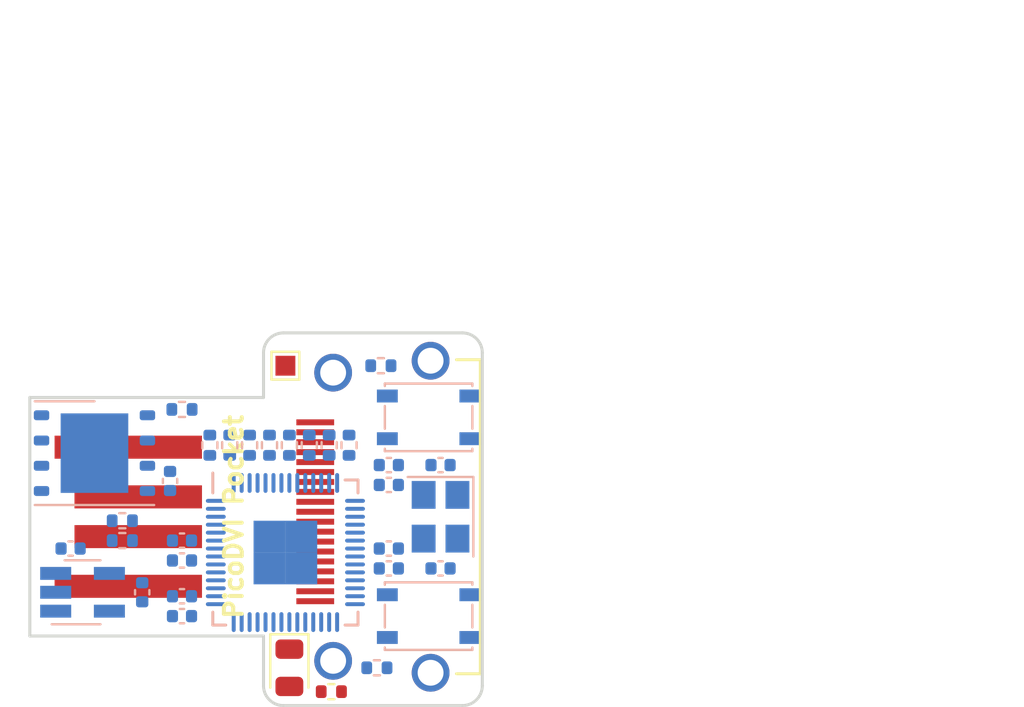
<source format=kicad_pcb>
(kicad_pcb (version 20221018) (generator pcbnew)
  (layers (0 "F.Cu" jumper) (1 "In1.Cu" power) (2 "In2.Cu" power) (31 "B.Cu" signal) (34 "B.Paste" user) (35 "F.Paste" user) (36 "B.SilkS" user "B.Silkscreen") (37 "F.SilkS" user "F.Silkscreen") (38 "B.Mask" user) (39 "F.Mask" user) (44 "Edge.Cuts" user))
  (net 0 "")
  (net 1 "+3V3")
  (net 2 "GND")
  (net 3 "+1V1")
  (net 4 "VBUS")
  (net 5 "/XOUT")
  (net 6 "/XIN")
  (net 7 "/DVI_D2+")
  (net 8 "/DVI_D1+")
  (net 9 "/DVI_D0+")
  (net 10 "/DVI_CK+")
  (net 11 "/DVI_D2-")
  (net 12 "/DVI_D1-")
  (net 13 "/DVI_D0-")
  (net 14 "/DVI_CK-")
  (net 15 "/USB_D-")
  (net 17 "/USB_D+")
  (net 18 "/SWCLK")
  (net 19 "/SWDIO")
  (net 21 "/~{USER_BUTTON}")
  (net 22 "/USER_LED")
  (net 23 "/SPARE_IO")
  (net 38 "/RUN_~{RST}")
  (net 40 "/FLASH_SD3")
  (net 41 "/FLASH_SCK")
  (net 42 "/FLASH_SD0")
  (net 43 "/FLASH_SD2")
  (net 44 "/FLASH_SD1")
  (net 45 "/USB_DX-")
  (net 46 "/USB_DX+")
  (net 47 "/FLASH_~{CS}")
  (net 51 "Net-(D1-Pad2)")
  (net 55 "/uC_DVI_D2+")
  (net 56 "/uC_DVI_D1+")
  (net 57 "/uC_DVI_D0+")
  (net 58 "/uC_DVI_CK+")
  (net 59 "/uC_DVI_D2-")
  (net 60 "/uC_DVI_D1-")
  (net 61 "/uC_DVI_D0-")
  (net 62 "/uC_DVI_CK-")
  (footprint "Resistor_SMD:R_0402_1005Metric" (layer "F.Cu") (at 215.91 118.8 180)
    (fp_text reference "R6" hide)
    (fp_text value "2k2" hide)
    (fp_line (start -0.153641 -0.38) (end 0.153641 -0.38) (stroke (width 0.12)) (layer "F.SilkS"))
    (fp_line (start -0.153641 0.38) (end 0.153641 0.38) (stroke (width 0.12)) (layer "F.SilkS"))
    (pad "1" smd roundrect (at -0.51 0 180) (size 0.54 0.64) (layers "F.Cu" "F.Paste" "F.Mask") (net 22 "/USER_LED"))
    (pad "2" smd roundrect (at 0.51 0 180) (size 0.54 0.64) (layers "F.Cu" "F.Paste" "F.Mask") (net 51 "Net-(D1-Pad2)"))
  )
  (footprint "LED_SMD:LED_0805_2012Metric" (layer "F.Cu") (at 213.8 117.6 -90)
    (fp_text reference "D1" hide)
    (fp_text value "LED" hide)
    (fp_line (start -1.685 -0.96) (end -1.685 0.96) (stroke (width 0.12)) (layer "F.SilkS"))
    (fp_line (start -1.685 0.96) (end 1 0.96) (stroke (width 0.12)) (layer "F.SilkS"))
    (fp_line (start 1 -0.96) (end -1.685 -0.96) (stroke (width 0.12)) (layer "F.SilkS"))
    (pad "1" smd roundrect (at -0.9375 0 270) (size 0.975 1.4) (layers "F.Cu" "F.Paste" "F.Mask") (net 2 "GND"))
    (pad "2" smd roundrect (at 0.9375 0 270) (size 0.975 1.4) (layers "F.Cu" "F.Paste" "F.Mask") (net 51 "Net-(D1-Pad2)"))
  )
  (footprint "picodvi:HDMI-SS-53000" (layer "F.Cu") (at 216 110 -90)
    (fp_text reference "J5" hide)
    (fp_text value "NOT_HDMI_A" hide)
    (fp_line (start -7.9 -7.4) (end -7.9 -6.2) (stroke (width 0.15)) (layer "F.SilkS"))
    (fp_line (start -7.9 -7.4) (end 7.9 -7.4) (stroke (width 0.15)) (layer "F.SilkS"))
    (fp_line (start 7.9 -7.4) (end 7.9 -6.2) (stroke (width 0.15)) (layer "F.SilkS"))
    (pad "1" smd rect (at -4.75 0.9 270) (size 0.3 1.9) (layers "F.Cu" "F.Paste" "F.Mask") (net 7 "/DVI_D2+"))
    (pad "2" smd rect (at -4.25 0.9 270) (size 0.3 1.9) (layers "F.Cu" "F.Paste" "F.Mask") (net 2 "GND"))
    (pad "3" smd rect (at -3.75 0.9 270) (size 0.3 1.9) (layers "F.Cu" "F.Paste" "F.Mask") (net 11 "/DVI_D2-"))
    (pad "4" smd rect (at -3.25 0.9 270) (size 0.3 1.9) (layers "F.Cu" "F.Paste" "F.Mask") (net 8 "/DVI_D1+"))
    (pad "5" smd rect (at -2.75 0.9 270) (size 0.3 1.9) (layers "F.Cu" "F.Paste" "F.Mask") (net 2 "GND"))
    (pad "6" smd rect (at -2.25 0.9 270) (size 0.3 1.9) (layers "F.Cu" "F.Paste" "F.Mask") (net 12 "/DVI_D1-"))
    (pad "7" smd rect (at -1.75 0.9 270) (size 0.3 1.9) (layers "F.Cu" "F.Paste" "F.Mask") (net 9 "/DVI_D0+"))
    (pad "8" smd rect (at -1.25 0.9 270) (size 0.3 1.9) (layers "F.Cu" "F.Paste" "F.Mask") (net 2 "GND"))
    (pad "9" smd rect (at -0.75 0.9 270) (size 0.3 1.9) (layers "F.Cu" "F.Paste" "F.Mask") (net 13 "/DVI_D0-"))
    (pad "10" smd rect (at -0.25 0.9 270) (size 0.3 1.9) (layers "F.Cu" "F.Paste" "F.Mask") (net 10 "/DVI_CK+"))
    (pad "11" smd rect (at 0.25 0.9 270) (size 0.3 1.9) (layers "F.Cu" "F.Paste" "F.Mask") (net 2 "GND"))
    (pad "12" smd rect (at 0.75 0.9 270) (size 0.3 1.9) (layers "F.Cu" "F.Paste" "F.Mask") (net 14 "/DVI_CK-"))
    (pad "13" smd rect (at 1.25 0.9 270) (size 0.3 1.9) (layers "F.Cu" "F.Paste" "F.Mask"))
    (pad "14" smd rect (at 1.75 0.9 270) (size 0.3 1.9) (layers "F.Cu" "F.Paste" "F.Mask"))
    (pad "15" smd rect (at 2.25 0.9 270) (size 0.3 1.9) (layers "F.Cu" "F.Paste" "F.Mask"))
    (pad "16" smd rect (at 2.75 0.9 270) (size 0.3 1.9) (layers "F.Cu" "F.Paste" "F.Mask"))
    (pad "17" smd rect (at 3.25 0.9 270) (size 0.3 1.9) (layers "F.Cu" "F.Paste" "F.Mask") (net 2 "GND"))
    (pad "18" smd rect (at 3.75 0.9 270) (size 0.3 1.9) (layers "F.Cu" "F.Paste" "F.Mask") (net 4 "VBUS"))
    (pad "19" smd rect (at 4.25 0.9 270) (size 0.3 1.9) (layers "F.Cu" "F.Paste" "F.Mask"))
    (pad "SH" thru_hole circle (at -7.85 -4.9 270) (size 1.9 1.9) (drill 1.3) (layers "*.Cu" "*.Mask") (net 2 "GND"))
    (pad "SH" thru_hole circle (at -7.25 0 270) (size 1.9 1.9) (drill 1.3) (layers "*.Cu" "*.Mask") (net 2 "GND"))
    (pad "SH" thru_hole circle (at 7.25 0 270) (size 1.9 1.9) (drill 1.3) (layers "*.Cu" "*.Mask") (net 2 "GND"))
    (pad "SH" thru_hole circle (at 7.85 -4.9 270) (size 1.9 1.9) (drill 1.3) (layers "*.Cu" "*.Mask") (net 2 "GND"))
  )
  (footprint "TestPoint:TestPoint_Pad_1.0x1.0mm" (layer "F.Cu") (at 213.6 102.4)
    (fp_text reference "TP1" hide)
    (fp_text value "TestPoint" hide)
    (fp_line (start -0.7 -0.7) (end 0.7 -0.7) (stroke (width 0.12)) (layer "F.SilkS"))
    (fp_line (start -0.7 0.7) (end -0.7 -0.7) (stroke (width 0.12)) (layer "F.SilkS"))
    (fp_line (start 0.7 -0.7) (end 0.7 0.7) (stroke (width 0.12)) (layer "F.SilkS"))
    (fp_line (start 0.7 0.7) (end -0.7 0.7) (stroke (width 0.12)) (layer "F.SilkS"))
    (pad "1" smd rect (at 0 0) (size 1 1) (layers "F.Cu" "F.Mask") (net 23 "/SPARE_IO"))
  )
  (footprint "picodvi:USB_A_PLUG_PCB" (layer "F.Cu") (at 212.5 110 90)
    (fp_text reference "J1" hide)
    (fp_text value "USB_A" hide)
    (pad "1" smd rect (at -3.5 -6.8 90) (size 1.16 7.41) (layers "F.Cu" "F.Mask") (net 4 "VBUS"))
    (pad "2" smd rect (at -1 -6.3 90) (size 1.16 6.41) (layers "F.Cu" "F.Mask") (net 15 "/USB_D-"))
    (pad "3" smd rect (at 1 -6.3 90) (size 1.16 6.41) (layers "F.Cu" "F.Mask") (net 17 "/USB_D+"))
    (pad "4" smd rect (at 3.5 -6.8 90) (size 1.16 7.41) (layers "F.Cu" "F.Mask") (net 2 "GND"))
  )
  (footprint "picodvi:QFN-56_EP_7x7_Pitch0.4mm" (layer "B.Cu") (at 213.6 111.8 -90)
    (fp_text reference "U1" hide)
    (fp_text value "RP2040" hide)
    (fp_line (start -3.65 -3.65) (end -3.65 -3) (stroke (width 0.15)) (layer "B.SilkS"))
    (fp_line (start -3 -3.65) (end -3.65 -3.65) (stroke (width 0.15)) (layer "B.SilkS"))
    (fp_line (start -3 3.65) (end -4 3.65) (stroke (width 0.15)) (layer "B.SilkS"))
    (fp_line (start 3 -3.65) (end 3.65 -3.65) (stroke (width 0.15)) (layer "B.SilkS"))
    (fp_line (start 3 3.65) (end 3.65 3.65) (stroke (width 0.15)) (layer "B.SilkS"))
    (fp_line (start 3.65 -3.65) (end 3.65 -3) (stroke (width 0.15)) (layer "B.SilkS"))
    (fp_line (start 3.65 3.65) (end 3.65 3) (stroke (width 0.15)) (layer "B.SilkS"))
    (pad "0" smd rect (at -0.8 -0.8 270) (size 1.6 1.6) (layers "B.Cu" "B.Paste" "B.Mask") (net 2 "GND"))
    (pad "0" smd rect (at -0.8 0.8 270) (size 1.6 1.6) (layers "B.Cu" "B.Paste" "B.Mask") (net 2 "GND"))
    (pad "0" smd rect (at 0.8 -0.8 270) (size 1.6 1.6) (layers "B.Cu" "B.Paste" "B.Mask") (net 2 "GND"))
    (pad "0" smd rect (at 0.8 0.8 270) (size 1.6 1.6) (layers "B.Cu" "B.Paste" "B.Mask") (net 2 "GND"))
    (pad "1" smd oval (at -3.5 2.6 180) (size 0.2 1) (layers "B.Cu" "B.Paste" "B.Mask") (net 1 "+3V3"))
    (pad "2" smd oval (at -3.5 2.2 180) (size 0.2 1) (layers "B.Cu" "B.Paste" "B.Mask"))
    (pad "3" smd oval (at -3.5 1.8 180) (size 0.2 1) (layers "B.Cu" "B.Paste" "B.Mask"))
    (pad "4" smd oval (at -3.5 1.4 180) (size 0.2 1) (layers "B.Cu" "B.Paste" "B.Mask"))
    (pad "5" smd oval (at -3.5 1 180) (size 0.2 1) (layers "B.Cu" "B.Paste" "B.Mask"))
    (pad "6" smd oval (at -3.5 0.6 180) (size 0.2 1) (layers "B.Cu" "B.Paste" "B.Mask") (net 62 "/uC_DVI_CK-"))
    (pad "7" smd oval (at -3.5 0.2 180) (size 0.2 1) (layers "B.Cu" "B.Paste" "B.Mask") (net 58 "/uC_DVI_CK+"))
    (pad "8" smd oval (at -3.5 -0.2 180) (size 0.2 1) (layers "B.Cu" "B.Paste" "B.Mask") (net 61 "/uC_DVI_D0-"))
    (pad "9" smd oval (at -3.5 -0.6 180) (size 0.2 1) (layers "B.Cu" "B.Paste" "B.Mask") (net 57 "/uC_DVI_D0+"))
    (pad "10" smd oval (at -3.5 -1 180) (size 0.2 1) (layers "B.Cu" "B.Paste" "B.Mask") (net 1 "+3V3"))
    (pad "11" smd oval (at -3.5 -1.4 180) (size 0.2 1) (layers "B.Cu" "B.Paste" "B.Mask") (net 60 "/uC_DVI_D1-"))
    (pad "12" smd oval (at -3.5 -1.8 180) (size 0.2 1) (layers "B.Cu" "B.Paste" "B.Mask") (net 56 "/uC_DVI_D1+"))
    (pad "13" smd oval (at -3.5 -2.2 180) (size 0.2 1) (layers "B.Cu" "B.Paste" "B.Mask") (net 59 "/uC_DVI_D2-"))
    (pad "14" smd oval (at -3.5 -2.6 180) (size 0.2 1) (layers "B.Cu" "B.Paste" "B.Mask") (net 55 "/uC_DVI_D2+"))
    (pad "15" smd oval (at -2.6 -3.5 270) (size 0.2 1) (layers "B.Cu" "B.Paste" "B.Mask"))
    (pad "16" smd oval (at -2.2 -3.5 270) (size 0.2 1) (layers "B.Cu" "B.Paste" "B.Mask"))
    (pad "17" smd oval (at -1.8 -3.5 270) (size 0.2 1) (layers "B.Cu" "B.Paste" "B.Mask") (net 21 "/~{USER_BUTTON}"))
    (pad "18" smd oval (at -1.4 -3.5 270) (size 0.2 1) (layers "B.Cu" "B.Paste" "B.Mask") (net 22 "/USER_LED"))
    (pad "19" smd oval (at -1 -3.5 270) (size 0.2 1) (layers "B.Cu" "B.Paste" "B.Mask") (net 2 "GND"))
    (pad "20" smd oval (at -0.6 -3.5 270) (size 0.2 1) (layers "B.Cu" "B.Paste" "B.Mask") (net 6 "/XIN"))
    (pad "21" smd oval (at -0.2 -3.5 270) (size 0.2 1) (layers "B.Cu" "B.Paste" "B.Mask") (net 5 "/XOUT"))
    (pad "22" smd oval (at 0.2 -3.5 270) (size 0.2 1) (layers "B.Cu" "B.Paste" "B.Mask") (net 1 "+3V3"))
    (pad "23" smd oval (at 0.6 -3.5 270) (size 0.2 1) (layers "B.Cu" "B.Paste" "B.Mask") (net 3 "+1V1"))
    (pad "24" smd oval (at 1 -3.5 270) (size 0.2 1) (layers "B.Cu" "B.Paste" "B.Mask") (net 18 "/SWCLK"))
    (pad "25" smd oval (at 1.4 -3.5 270) (size 0.2 1) (layers "B.Cu" "B.Paste" "B.Mask") (net 19 "/SWDIO"))
    (pad "26" smd oval (at 1.8 -3.5 270) (size 0.2 1) (layers "B.Cu" "B.Paste" "B.Mask") (net 38 "/RUN_~{RST}"))
    (pad "27" smd oval (at 2.2 -3.5 270) (size 0.2 1) (layers "B.Cu" "B.Paste" "B.Mask"))
    (pad "28" smd oval (at 2.6 -3.5 270) (size 0.2 1) (layers "B.Cu" "B.Paste" "B.Mask"))
    (pad "29" smd oval (at 3.5 -2.6 180) (size 0.2 1) (layers "B.Cu" "B.Paste" "B.Mask"))
    (pad "30" smd oval (at 3.5 -2.2 180) (size 0.2 1) (layers "B.Cu" "B.Paste" "B.Mask"))
    (pad "31" smd oval (at 3.5 -1.8 180) (size 0.2 1) (layers "B.Cu" "B.Paste" "B.Mask"))
    (pad "32" smd oval (at 3.5 -1.4 180) (size 0.2 1) (layers "B.Cu" "B.Paste" "B.Mask"))
    (pad "33" smd oval (at 3.5 -1 180) (size 0.2 1) (layers "B.Cu" "B.Paste" "B.Mask") (net 1 "+3V3"))
    (pad "34" smd oval (at 3.5 -0.6 180) (size 0.2 1) (layers "B.Cu" "B.Paste" "B.Mask"))
    (pad "35" smd oval (at 3.5 -0.2 180) (size 0.2 1) (layers "B.Cu" "B.Paste" "B.Mask"))
    (pad "36" smd oval (at 3.5 0.2 180) (size 0.2 1) (layers "B.Cu" "B.Paste" "B.Mask"))
    (pad "37" smd oval (at 3.5 0.6 180) (size 0.2 1) (layers "B.Cu" "B.Paste" "B.Mask"))
    (pad "38" smd oval (at 3.5 1 180) (size 0.2 1) (layers "B.Cu" "B.Paste" "B.Mask"))
    (pad "39" smd oval (at 3.5 1.4 180) (size 0.2 1) (layers "B.Cu" "B.Paste" "B.Mask") (net 22 "/USER_LED"))
    (pad "40" smd oval (at 3.5 1.8 180) (size 0.2 1) (layers "B.Cu" "B.Paste" "B.Mask") (net 23 "/SPARE_IO"))
    (pad "41" smd oval (at 3.5 2.2 180) (size 0.2 1) (layers "B.Cu" "B.Paste" "B.Mask"))
    (pad "42" smd oval (at 3.5 2.6 180) (size 0.2 1) (layers "B.Cu" "B.Paste" "B.Mask") (net 1 "+3V3"))
    (pad "43" smd oval (at 2.6 3.5 270) (size 0.2 1) (layers "B.Cu" "B.Paste" "B.Mask") (net 1 "+3V3"))
    (pad "44" smd oval (at 2.2 3.5 270) (size 0.2 1) (layers "B.Cu" "B.Paste" "B.Mask") (net 1 "+3V3"))
    (pad "45" smd oval (at 1.8 3.5 270) (size 0.2 1) (layers "B.Cu" "B.Paste" "B.Mask") (net 3 "+1V1"))
    (pad "46" smd oval (at 1.4 3.5 270) (size 0.2 1) (layers "B.Cu" "B.Paste" "B.Mask") (net 45 "/USB_DX-"))
    (pad "47" smd oval (at 1 3.5 270) (size 0.2 1) (layers "B.Cu" "B.Paste" "B.Mask") (net 46 "/USB_DX+"))
    (pad "48" smd oval (at 0.6 3.5 270) (size 0.2 1) (layers "B.Cu" "B.Paste" "B.Mask") (net 1 "+3V3"))
    (pad "49" smd oval (at 0.2 3.5 270) (size 0.2 1) (layers "B.Cu" "B.Paste" "B.Mask") (net 1 "+3V3"))
    (pad "50" smd oval (at -0.2 3.5 270) (size 0.2 1) (layers "B.Cu" "B.Paste" "B.Mask") (net 3 "+1V1"))
    (pad "51" smd oval (at -0.6 3.5 270) (size 0.2 1) (layers "B.Cu" "B.Paste" "B.Mask") (net 40 "/FLASH_SD3"))
    (pad "52" smd oval (at -1 3.5 270) (size 0.2 1) (layers "B.Cu" "B.Paste" "B.Mask") (net 41 "/FLASH_SCK"))
    (pad "53" smd oval (at -1.4 3.5 270) (size 0.2 1) (layers "B.Cu" "B.Paste" "B.Mask") (net 42 "/FLASH_SD0"))
    (pad "54" smd oval (at -1.8 3.5 270) (size 0.2 1) (layers "B.Cu" "B.Paste" "B.Mask") (net 43 "/FLASH_SD2"))
    (pad "55" smd oval (at -2.2 3.5 270) (size 0.2 1) (layers "B.Cu" "B.Paste" "B.Mask") (net 44 "/FLASH_SD1"))
    (pad "56" smd oval (at -2.6 3.5 270) (size 0.2 1) (layers "B.Cu" "B.Paste" "B.Mask") (net 47 "/FLASH_~{CS}"))
  )
  (footprint "Capacitor_SMD:C_0402_1005Metric" (layer "B.Cu") (at 218.8 108.4)
    (fp_text reference "C13" hide)
    (fp_text value "100n" hide)
    (fp_line (start -0.107836 -0.36) (end 0.107836 -0.36) (stroke (width 0.12)) (layer "B.SilkS"))
    (fp_line (start -0.107836 0.36) (end 0.107836 0.36) (stroke (width 0.12)) (layer "B.SilkS"))
    (pad "1" smd roundrect (at -0.48 0) (size 0.56 0.62) (layers "B.Cu" "B.Paste" "B.Mask") (net 1 "+3V3"))
    (pad "2" smd roundrect (at 0.48 0) (size 0.56 0.62) (layers "B.Cu" "B.Paste" "B.Mask") (net 2 "GND"))
  )
  (footprint "Capacitor_SMD:C_0402_1005Metric" (layer "B.Cu") (at 207.8 108.2 -90)
    (fp_text reference "C6" hide)
    (fp_text value "100n" hide)
    (fp_line (start -0.107836 -0.36) (end 0.107836 -0.36) (stroke (width 0.12)) (layer "B.SilkS"))
    (fp_line (start -0.107836 0.36) (end 0.107836 0.36) (stroke (width 0.12)) (layer "B.SilkS"))
    (pad "1" smd roundrect (at -0.48 0 270) (size 0.56 0.62) (layers "B.Cu" "B.Paste" "B.Mask") (net 1 "+3V3"))
    (pad "2" smd roundrect (at 0.48 0 270) (size 0.56 0.62) (layers "B.Cu" "B.Paste" "B.Mask") (net 2 "GND"))
  )
  (footprint "Capacitor_SMD:C_0402_1005Metric" (layer "B.Cu") (at 208.4 112.2 180)
    (fp_text reference "C2" hide)
    (fp_text value "100n" hide)
    (fp_line (start -0.107836 -0.36) (end 0.107836 -0.36) (stroke (width 0.12)) (layer "B.SilkS"))
    (fp_line (start -0.107836 0.36) (end 0.107836 0.36) (stroke (width 0.12)) (layer "B.SilkS"))
    (pad "1" smd roundrect (at -0.48 0 180) (size 0.56 0.62) (layers "B.Cu" "B.Paste" "B.Mask") (net 1 "+3V3"))
    (pad "2" smd roundrect (at 0.48 0 180) (size 0.56 0.62) (layers "B.Cu" "B.Paste" "B.Mask") (net 2 "GND"))
  )
  (footprint "Resistor_SMD:R_0402_1005Metric" (layer "B.Cu") (at 208.4 104.6 180)
    (fp_text reference "R3" hide)
    (fp_text value "270" hide)
    (fp_line (start -0.153641 -0.38) (end 0.153641 -0.38) (stroke (width 0.12)) (layer "B.SilkS"))
    (fp_line (start -0.153641 0.38) (end 0.153641 0.38) (stroke (width 0.12)) (layer "B.SilkS"))
    (pad "1" smd roundrect (at -0.51 0 180) (size 0.54 0.64) (layers "B.Cu" "B.Paste" "B.Mask") (net 47 "/FLASH_~{CS}"))
    (pad "2" smd roundrect (at 0.51 0 180) (size 0.54 0.64) (layers "B.Cu" "B.Paste" "B.Mask") (net 21 "/~{USER_BUTTON}"))
  )
  (footprint "Capacitor_SMD:C_0402_1005Metric" (layer "B.Cu") (at 202.8 111.6)
    (fp_text reference "C7" hide)
    (fp_text value "1u" hide)
    (fp_line (start -0.107836 -0.36) (end 0.107836 -0.36) (stroke (width 0.12)) (layer "B.SilkS"))
    (fp_line (start -0.107836 0.36) (end 0.107836 0.36) (stroke (width 0.12)) (layer "B.SilkS"))
    (pad "1" smd roundrect (at -0.48 0) (size 0.56 0.62) (layers "B.Cu" "B.Paste" "B.Mask") (net 4 "VBUS"))
    (pad "2" smd roundrect (at 0.48 0) (size 0.56 0.62) (layers "B.Cu" "B.Paste" "B.Mask") (net 2 "GND"))
  )
  (footprint "Resistor_SMD:R_0402_1005Metric" (layer "B.Cu") (at 216.8 106.4 -90)
    (fp_text reference "R12" hide)
    (fp_text value "270" hide)
    (fp_line (start -0.153641 -0.38) (end 0.153641 -0.38) (stroke (width 0.12)) (layer "B.SilkS"))
    (fp_line (start -0.153641 0.38) (end 0.153641 0.38) (stroke (width 0.12)) (layer "B.SilkS"))
    (pad "1" smd roundrect (at -0.51 0 270) (size 0.54 0.64) (layers "B.Cu" "B.Paste" "B.Mask") (net 7 "/DVI_D2+"))
    (pad "2" smd roundrect (at 0.51 0 270) (size 0.54 0.64) (layers "B.Cu" "B.Paste" "B.Mask") (net 55 "/uC_DVI_D2+"))
  )
  (footprint "picodvi:SW_SPST_PTS815" (layer "B.Cu") (at 220.8 105 180)
    (fp_text reference "SW2" hide)
    (fp_text value "SW_Push" hide)
    (fp_line (start -2.2 -1.7) (end 2.2 -1.7) (stroke (width 0.12)) (layer "B.SilkS"))
    (fp_line (start -2.2 -1.58) (end -2.2 -1.7) (stroke (width 0.12)) (layer "B.SilkS"))
    (fp_line (start -2.2 0.57) (end -2.2 -0.57) (stroke (width 0.12)) (layer "B.SilkS"))
    (fp_line (start -2.2 1.7) (end -2.2 1.58) (stroke (width 0.12)) (layer "B.SilkS"))
    (fp_line (start 2.2 -1.7) (end 2.2 -1.58) (stroke (width 0.12)) (layer "B.SilkS"))
    (fp_line (start 2.2 -0.57) (end 2.2 0.57) (stroke (width 0.12)) (layer "B.SilkS"))
    (fp_line (start 2.2 1.58) (end 2.2 1.7) (stroke (width 0.12)) (layer "B.SilkS"))
    (fp_line (start 2.2 1.7) (end -2.2 1.7) (stroke (width 0.12)) (layer "B.SilkS"))
    (pad "" smd rect (at -2.075 1.075 180) (size 1.05 0.65) (layers "B.Cu" "B.Paste" "B.Mask"))
    (pad "1" smd rect (at 2.075 1.075 180) (size 1.05 0.65) (layers "B.Cu" "B.Paste" "B.Mask") (net 2 "GND"))
    (pad "2" smd rect (at 2.075 -1.075 180) (size 1.05 0.65) (layers "B.Cu" "B.Paste" "B.Mask") (net 21 "/~{USER_BUTTON}"))
    (pad "~" smd rect (at -2.075 -1.075 180) (size 1.05 0.65) (layers "B.Cu" "B.Paste" "B.Mask"))
  )
  (footprint "Resistor_SMD:R_0402_1005Metric" (layer "B.Cu") (at 211.8 106.4 -90)
    (fp_text reference "R18" hide)
    (fp_text value "270" hide)
    (fp_line (start -0.153641 -0.38) (end 0.153641 -0.38) (stroke (width 0.12)) (layer "B.SilkS"))
    (fp_line (start -0.153641 0.38) (end 0.153641 0.38) (stroke (width 0.12)) (layer "B.SilkS"))
    (pad "1" smd roundrect (at -0.51 0 270) (size 0.54 0.64) (layers "B.Cu" "B.Paste" "B.Mask") (net 13 "/DVI_D0-"))
    (pad "2" smd roundrect (at 0.51 0 270) (size 0.54 0.64) (layers "B.Cu" "B.Paste" "B.Mask") (net 61 "/uC_DVI_D0-"))
  )
  (footprint "Capacitor_SMD:C_0402_1005Metric" (layer "B.Cu") (at 208.4 114 180)
    (fp_text reference "C3" hide)
    (fp_text value "1u" hide)
    (fp_line (start -0.107836 -0.36) (end 0.107836 -0.36) (stroke (width 0.12)) (layer "B.SilkS"))
    (fp_line (start -0.107836 0.36) (end 0.107836 0.36) (stroke (width 0.12)) (layer "B.SilkS"))
    (pad "1" smd roundrect (at -0.48 0 180) (size 0.56 0.62) (layers "B.Cu" "B.Paste" "B.Mask") (net 3 "+1V1"))
    (pad "2" smd roundrect (at 0.48 0 180) (size 0.56 0.62) (layers "B.Cu" "B.Paste" "B.Mask") (net 2 "GND"))
  )
  (footprint "Resistor_SMD:R_0402_1005Metric" (layer "B.Cu") (at 214.8 106.4 -90)
    (fp_text reference "R17" hide)
    (fp_text value "270" hide)
    (fp_line (start -0.153641 -0.38) (end 0.153641 -0.38) (stroke (width 0.12)) (layer "B.SilkS"))
    (fp_line (start -0.153641 0.38) (end 0.153641 0.38) (stroke (width 0.12)) (layer "B.SilkS"))
    (pad "1" smd roundrect (at -0.51 0 270) (size 0.54 0.64) (layers "B.Cu" "B.Paste" "B.Mask") (net 12 "/DVI_D1-"))
    (pad "2" smd roundrect (at 0.51 0 270) (size 0.54 0.64) (layers "B.Cu" "B.Paste" "B.Mask") (net 60 "/uC_DVI_D1-"))
  )
  (footprint "Resistor_SMD:R_0402_1005Metric" (layer "B.Cu") (at 215.8 106.4 -90)
    (fp_text reference "R16" hide)
    (fp_text value "270" hide)
    (fp_line (start -0.153641 -0.38) (end 0.153641 -0.38) (stroke (width 0.12)) (layer "B.SilkS"))
    (fp_line (start -0.153641 0.38) (end 0.153641 0.38) (stroke (width 0.12)) (layer "B.SilkS"))
    (pad "1" smd roundrect (at -0.51 0 270) (size 0.54 0.64) (layers "B.Cu" "B.Paste" "B.Mask") (net 11 "/DVI_D2-"))
    (pad "2" smd roundrect (at 0.51 0 270) (size 0.54 0.64) (layers "B.Cu" "B.Paste" "B.Mask") (net 59 "/uC_DVI_D2-"))
  )
  (footprint "Capacitor_SMD:C_0402_1005Metric" (layer "B.Cu") (at 208.4 111.2 180)
    (fp_text reference "C8" hide)
    (fp_text value "100n" hide)
    (fp_line (start -0.107836 -0.36) (end 0.107836 -0.36) (stroke (width 0.12)) (layer "B.SilkS"))
    (fp_line (start -0.107836 0.36) (end 0.107836 0.36) (stroke (width 0.12)) (layer "B.SilkS"))
    (pad "1" smd roundrect (at -0.48 0 180) (size 0.56 0.62) (layers "B.Cu" "B.Paste" "B.Mask") (net 3 "+1V1"))
    (pad "2" smd roundrect (at 0.48 0 180) (size 0.56 0.62) (layers "B.Cu" "B.Paste" "B.Mask") (net 2 "GND"))
  )
  (footprint "Crystal:Crystal_SMD_3225-4Pin_3.2x2.5mm" (layer "B.Cu") (at 221.4 110 -90)
    (fp_text reference "Y1" hide)
    (fp_text value "12 M" hide)
    (fp_line (start -2 -1.65) (end 2 -1.65) (stroke (width 0.12)) (layer "B.SilkS"))
    (fp_line (start -2 1.65) (end -2 -1.65) (stroke (width 0.12)) (layer "B.SilkS"))
    (pad "1" smd rect (at -1.1 -0.85 270) (size 1.4 1.2) (layers "B.Cu" "B.Paste" "B.Mask") (net 5 "/XOUT"))
    (pad "2" smd rect (at 1.1 -0.85 270) (size 1.4 1.2) (layers "B.Cu" "B.Paste" "B.Mask") (net 2 "GND"))
    (pad "3" smd rect (at 1.1 0.85 270) (size 1.4 1.2) (layers "B.Cu" "B.Paste" "B.Mask") (net 6 "/XIN"))
    (pad "4" smd rect (at -1.1 0.85 270) (size 1.4 1.2) (layers "B.Cu" "B.Paste" "B.Mask") (net 2 "GND"))
  )
  (footprint "Resistor_SMD:R_0402_1005Metric" (layer "B.Cu") (at 205.4 111.2)
    (fp_text reference "R4" hide)
    (fp_text value "27R" hide)
    (fp_line (start -0.153641 -0.38) (end 0.153641 -0.38) (stroke (width 0.12)) (layer "B.SilkS"))
    (fp_line (start -0.153641 0.38) (end 0.153641 0.38) (stroke (width 0.12)) (layer "B.SilkS"))
    (pad "1" smd roundrect (at -0.51 0) (size 0.54 0.64) (layers "B.Cu" "B.Paste" "B.Mask") (net 15 "/USB_D-"))
    (pad "2" smd roundrect (at 0.51 0) (size 0.54 0.64) (layers "B.Cu" "B.Paste" "B.Mask") (net 45 "/USB_DX-"))
  )
  (footprint "Capacitor_SMD:C_0402_1005Metric" (layer "B.Cu") (at 218.8 107.4)
    (fp_text reference "C9" hide)
    (fp_text value "100n" hide)
    (fp_line (start -0.107836 -0.36) (end 0.107836 -0.36) (stroke (width 0.12)) (layer "B.SilkS"))
    (fp_line (start -0.107836 0.36) (end 0.107836 0.36) (stroke (width 0.12)) (layer "B.SilkS"))
    (pad "1" smd roundrect (at -0.48 0) (size 0.56 0.62) (layers "B.Cu" "B.Paste" "B.Mask") (net 1 "+3V3"))
    (pad "2" smd roundrect (at 0.48 0) (size 0.56 0.62) (layers "B.Cu" "B.Paste" "B.Mask") (net 2 "GND"))
  )
  (footprint "Package_TO_SOT_SMD:SOT-23-5_HandSoldering" (layer "B.Cu") (at 203.4 113.8)
    (fp_text reference "U2" hide)
    (fp_text value "NCP115ASN330" hide)
    (fp_line (start -0.9 -1.61) (end 0.9 -1.61) (stroke (width 0.12)) (layer "B.SilkS"))
    (fp_line (start 0.9 1.61) (end -1.55 1.61) (stroke (width 0.12)) (layer "B.SilkS"))
    (pad "1" smd rect (at -1.35 0.95) (size 1.56 0.65) (layers "B.Cu" "B.Paste" "B.Mask") (net 4 "VBUS"))
    (pad "2" smd rect (at -1.35 0) (size 1.56 0.65) (layers "B.Cu" "B.Paste" "B.Mask") (net 2 "GND"))
    (pad "3" smd rect (at -1.35 -0.95) (size 1.56 0.65) (layers "B.Cu" "B.Paste" "B.Mask") (net 4 "VBUS"))
    (pad "4" smd rect (at 1.35 -0.95) (size 1.56 0.65) (layers "B.Cu" "B.Paste" "B.Mask"))
    (pad "5" smd rect (at 1.35 0.95) (size 1.56 0.65) (layers "B.Cu" "B.Paste" "B.Mask") (net 1 "+3V3"))
  )
  (footprint "Resistor_SMD:R_0402_1005Metric" (layer "B.Cu") (at 218.2 117.6)
    (fp_text reference "R1" hide)
    (fp_text value "2k2" hide)
    (fp_line (start -0.153641 -0.38) (end 0.153641 -0.38) (stroke (width 0.12)) (layer "B.SilkS"))
    (fp_line (start -0.153641 0.38) (end 0.153641 0.38) (stroke (width 0.12)) (layer "B.SilkS"))
    (pad "1" smd roundrect (at -0.51 0) (size 0.54 0.64) (layers "B.Cu" "B.Paste" "B.Mask") (net 1 "+3V3"))
    (pad "2" smd roundrect (at 0.51 0) (size 0.54 0.64) (layers "B.Cu" "B.Paste" "B.Mask") (net 38 "/RUN_~{RST}"))
  )
  (footprint "Resistor_SMD:R_0402_1005Metric" (layer "B.Cu") (at 210.8 106.4 90)
    (fp_text reference "R19" hide)
    (fp_text value "270" hide)
    (fp_line (start -0.153641 -0.38) (end 0.153641 -0.38) (stroke (width 0.12)) (layer "B.SilkS"))
    (fp_line (start -0.153641 0.38) (end 0.153641 0.38) (stroke (width 0.12)) (layer "B.SilkS"))
    (pad "1" smd roundrect (at -0.51 0 90) (size 0.54 0.64) (layers "B.Cu" "B.Paste" "B.Mask") (net 14 "/DVI_CK-"))
    (pad "2" smd roundrect (at 0.51 0 90) (size 0.54 0.64) (layers "B.Cu" "B.Paste" "B.Mask") (net 62 "/uC_DVI_CK-"))
  )
  (footprint "Capacitor_SMD:C_0402_1005Metric" (layer "B.Cu") (at 221.4 107.4 180)
    (fp_text reference "C10" hide)
    (fp_text value "10p" hide)
    (fp_line (start -0.107836 -0.36) (end 0.107836 -0.36) (stroke (width 0.12)) (layer "B.SilkS"))
    (fp_line (start -0.107836 0.36) (end 0.107836 0.36) (stroke (width 0.12)) (layer "B.SilkS"))
    (pad "1" smd roundrect (at -0.48 0 180) (size 0.56 0.62) (layers "B.Cu" "B.Paste" "B.Mask") (net 5 "/XOUT"))
    (pad "2" smd roundrect (at 0.48 0 180) (size 0.56 0.62) (layers "B.Cu" "B.Paste" "B.Mask") (net 2 "GND"))
  )
  (footprint "Capacitor_SMD:C_0402_1005Metric" (layer "B.Cu") (at 218.8 112.6)
    (fp_text reference "C5" hide)
    (fp_text value "100n" hide)
    (fp_line (start -0.107836 -0.36) (end 0.107836 -0.36) (stroke (width 0.12)) (layer "B.SilkS"))
    (fp_line (start -0.107836 0.36) (end 0.107836 0.36) (stroke (width 0.12)) (layer "B.SilkS"))
    (pad "1" smd roundrect (at -0.48 0) (size 0.56 0.62) (layers "B.Cu" "B.Paste" "B.Mask") (net 3 "+1V1"))
    (pad "2" smd roundrect (at 0.48 0) (size 0.56 0.62) (layers "B.Cu" "B.Paste" "B.Mask") (net 2 "GND"))
  )
  (footprint "Capacitor_SMD:C_0402_1005Metric" (layer "B.Cu") (at 208.4 115 180)
    (fp_text reference "C11" hide)
    (fp_text value "1u" hide)
    (fp_line (start -0.107836 -0.36) (end 0.107836 -0.36) (stroke (width 0.12)) (layer "B.SilkS"))
    (fp_line (start -0.107836 0.36) (end 0.107836 0.36) (stroke (width 0.12)) (layer "B.SilkS"))
    (pad "1" smd roundrect (at -0.48 0 180) (size 0.56 0.62) (layers "B.Cu" "B.Paste" "B.Mask") (net 1 "+3V3"))
    (pad "2" smd roundrect (at 0.48 0 180) (size 0.56 0.62) (layers "B.Cu" "B.Paste" "B.Mask") (net 2 "GND"))
  )
  (footprint "Resistor_SMD:R_0402_1005Metric" (layer "B.Cu") (at 205.4 110.2)
    (fp_text reference "R5" hide)
    (fp_text value "27R" hide)
    (fp_line (start -0.153641 -0.38) (end 0.153641 -0.38) (stroke (width 0.12)) (layer "B.SilkS"))
    (fp_line (start -0.153641 0.38) (end 0.153641 0.38) (stroke (width 0.12)) (layer "B.SilkS"))
    (pad "1" smd roundrect (at -0.51 0) (size 0.54 0.64) (layers "B.Cu" "B.Paste" "B.Mask") (net 17 "/USB_D+"))
    (pad "2" smd roundrect (at 0.51 0) (size 0.54 0.64) (layers "B.Cu" "B.Paste" "B.Mask") (net 46 "/USB_DX+"))
  )
  (footprint "Resistor_SMD:R_0402_1005Metric" (layer "B.Cu") (at 209.8 106.4 90)
    (fp_text reference "R15" hide)
    (fp_text value "270" hide)
    (fp_line (start -0.153641 -0.38) (end 0.153641 -0.38) (stroke (width 0.12)) (layer "B.SilkS"))
    (fp_line (start -0.153641 0.38) (end 0.153641 0.38) (stroke (width 0.12)) (layer "B.SilkS"))
    (pad "1" smd roundrect (at -0.51 0 90) (size 0.54 0.64) (layers "B.Cu" "B.Paste" "B.Mask") (net 10 "/DVI_CK+"))
    (pad "2" smd roundrect (at 0.51 0 90) (size 0.54 0.64) (layers "B.Cu" "B.Paste" "B.Mask") (net 58 "/uC_DVI_CK+"))
  )
  (footprint "Capacitor_SMD:C_0402_1005Metric" (layer "B.Cu") (at 218.8 111.6)
    (fp_text reference "C4" hide)
    (fp_text value "100n" hide)
    (fp_line (start -0.107836 -0.36) (end 0.107836 -0.36) (stroke (width 0.12)) (layer "B.SilkS"))
    (fp_line (start -0.107836 0.36) (end 0.107836 0.36) (stroke (width 0.12)) (layer "B.SilkS"))
    (pad "1" smd roundrect (at -0.48 0) (size 0.56 0.62) (layers "B.Cu" "B.Paste" "B.Mask") (net 1 "+3V3"))
    (pad "2" smd roundrect (at 0.48 0) (size 0.56 0.62) (layers "B.Cu" "B.Paste" "B.Mask") (net 2 "GND"))
  )
  (footprint "picodvi:SW_SPST_PTS815" (layer "B.Cu") (at 220.8 115 180)
    (fp_text reference "SW1" hide)
    (fp_text value "SW_Push" hide)
    (fp_line (start -2.2 -1.7) (end 2.2 -1.7) (stroke (width 0.12)) (layer "B.SilkS"))
    (fp_line (start -2.2 -1.58) (end -2.2 -1.7) (stroke (width 0.12)) (layer "B.SilkS"))
    (fp_line (start -2.2 0.57) (end -2.2 -0.57) (stroke (width 0.12)) (layer "B.SilkS"))
    (fp_line (start -2.2 1.7) (end -2.2 1.58) (stroke (width 0.12)) (layer "B.SilkS"))
    (fp_line (start 2.2 -1.7) (end 2.2 -1.58) (stroke (width 0.12)) (layer "B.SilkS"))
    (fp_line (start 2.2 -0.57) (end 2.2 0.57) (stroke (width 0.12)) (layer "B.SilkS"))
    (fp_line (start 2.2 1.58) (end 2.2 1.7) (stroke (width 0.12)) (layer "B.SilkS"))
    (fp_line (start 2.2 1.7) (end -2.2 1.7) (stroke (width 0.12)) (layer "B.SilkS"))
    (pad "" smd rect (at -2.075 1.075 180) (size 1.05 0.65) (layers "B.Cu" "B.Paste" "B.Mask"))
    (pad "1" smd rect (at 2.075 1.075 180) (size 1.05 0.65) (layers "B.Cu" "B.Paste" "B.Mask") (net 2 "GND"))
    (pad "2" smd rect (at 2.075 -1.075 180) (size 1.05 0.65) (layers "B.Cu" "B.Paste" "B.Mask") (net 38 "/RUN_~{RST}"))
    (pad "~" smd rect (at -2.075 -1.075 180) (size 1.05 0.65) (layers "B.Cu" "B.Paste" "B.Mask"))
  )
  (footprint "Resistor_SMD:R_0402_1005Metric" (layer "B.Cu") (at 218.4 102.4)
    (fp_text reference "R2" hide)
    (fp_text value "2k2" hide)
    (fp_line (start -0.153641 -0.38) (end 0.153641 -0.38) (stroke (width 0.12)) (layer "B.SilkS"))
    (fp_line (start -0.153641 0.38) (end 0.153641 0.38) (stroke (width 0.12)) (layer "B.SilkS"))
    (pad "1" smd roundrect (at -0.51 0) (size 0.54 0.64) (layers "B.Cu" "B.Paste" "B.Mask") (net 1 "+3V3"))
    (pad "2" smd roundrect (at 0.51 0) (size 0.54 0.64) (layers "B.Cu" "B.Paste" "B.Mask") (net 21 "/~{USER_BUTTON}"))
  )
  (footprint "Capacitor_SMD:C_0402_1005Metric" (layer "B.Cu") (at 221.4 112.6)
    (fp_text reference "C12" hide)
    (fp_text value "10p" hide)
    (fp_line (start -0.107836 -0.36) (end 0.107836 -0.36) (stroke (width 0.12)) (layer "B.SilkS"))
    (fp_line (start -0.107836 0.36) (end 0.107836 0.36) (stroke (width 0.12)) (layer "B.SilkS"))
    (pad "1" smd roundrect (at -0.48 0) (size 0.56 0.62) (layers "B.Cu" "B.Paste" "B.Mask") (net 6 "/XIN"))
    (pad "2" smd roundrect (at 0.48 0) (size 0.56 0.62) (layers "B.Cu" "B.Paste" "B.Mask") (net 2 "GND"))
  )
  (footprint "Resistor_SMD:R_0402_1005Metric" (layer "B.Cu") (at 213.8 106.4 -90)
    (fp_text reference "R13" hide)
    (fp_text value "270" hide)
    (fp_line (start -0.153641 -0.38) (end 0.153641 -0.38) (stroke (width 0.12)) (layer "B.SilkS"))
    (fp_line (start -0.153641 0.38) (end 0.153641 0.38) (stroke (width 0.12)) (layer "B.SilkS"))
    (pad "1" smd roundrect (at -0.51 0 270) (size 0.54 0.64) (layers "B.Cu" "B.Paste" "B.Mask") (net 8 "/DVI_D1+"))
    (pad "2" smd roundrect (at 0.51 0 270) (size 0.54 0.64) (layers "B.Cu" "B.Paste" "B.Mask") (net 56 "/uC_DVI_D1+"))
  )
  (footprint "Capacitor_SMD:C_0402_1005Metric" (layer "B.Cu") (at 206.4 113.8 90)
    (fp_text reference "C1" hide)
    (fp_text value "1u" hide)
    (fp_line (start -0.107836 -0.36) (end 0.107836 -0.36) (stroke (width 0.12)) (layer "B.SilkS"))
    (fp_line (start -0.107836 0.36) (end 0.107836 0.36) (stroke (width 0.12)) (layer "B.SilkS"))
    (pad "1" smd roundrect (at -0.48 0 90) (size 0.56 0.62) (layers "B.Cu" "B.Paste" "B.Mask") (net 1 "+3V3"))
    (pad "2" smd roundrect (at 0.48 0 90) (size 0.56 0.62) (layers "B.Cu" "B.Paste" "B.Mask") (net 2 "GND"))
  )
  (footprint "Resistor_SMD:R_0402_1005Metric" (layer "B.Cu") (at 212.8 106.4 90)
    (fp_text reference "R14" hide)
    (fp_text value "270" hide)
    (fp_line (start -0.153641 -0.38) (end 0.153641 -0.38) (stroke (width 0.12)) (layer "B.SilkS"))
    (fp_line (start -0.153641 0.38) (end 0.153641 0.38) (stroke (width 0.12)) (layer "B.SilkS"))
    (pad "1" smd roundrect (at -0.51 0 90) (size 0.54 0.64) (layers "B.Cu" "B.Paste" "B.Mask") (net 9 "/DVI_D0+"))
    (pad "2" smd roundrect (at 0.51 0 90) (size 0.54 0.64) (layers "B.Cu" "B.Paste" "B.Mask") (net 57 "/uC_DVI_D0+"))
  )
  (footprint "Package_SON:WSON-8-1EP_6x5mm_P1.27mm_EP3.4x4mm" (layer "B.Cu") (at 204 106.8 180)
    (fp_text reference "U3" hide)
    (fp_text value "W25Q16JV" hide)
    (fp_line (start -3 -2.61) (end 3 -2.61) (stroke (width 0.12)) (layer "B.SilkS"))
    (fp_line (start 0 2.61) (end 3 2.61) (stroke (width 0.12)) (layer "B.SilkS"))
    (pad "1" smd roundrect (at -2.6625 1.905 180) (size 0.775 0.5) (layers "B.Cu" "B.Paste" "B.Mask") (net 47 "/FLASH_~{CS}"))
    (pad "2" smd roundrect (at -2.6625 0.635 180) (size 0.775 0.5) (layers "B.Cu" "B.Paste" "B.Mask") (net 44 "/FLASH_SD1"))
    (pad "3" smd roundrect (at -2.6625 -0.635 180) (size 0.775 0.5) (layers "B.Cu" "B.Paste" "B.Mask") (net 43 "/FLASH_SD2"))
    (pad "4" smd roundrect (at -2.6625 -1.905 180) (size 0.775 0.5) (layers "B.Cu" "B.Paste" "B.Mask") (net 2 "GND"))
    (pad "5" smd roundrect (at 2.6625 -1.905 180) (size 0.775 0.5) (layers "B.Cu" "B.Paste" "B.Mask") (net 42 "/FLASH_SD0"))
    (pad "6" smd roundrect (at 2.6625 -0.635 180) (size 0.775 0.5) (layers "B.Cu" "B.Paste" "B.Mask") (net 41 "/FLASH_SCK"))
    (pad "7" smd roundrect (at 2.6625 0.635 180) (size 0.775 0.5) (layers "B.Cu" "B.Paste" "B.Mask") (net 40 "/FLASH_SD3"))
    (pad "8" smd roundrect (at 2.6625 1.905 180) (size 0.775 0.5) (layers "B.Cu" "B.Paste" "B.Mask") (net 1 "+3V3"))
    (pad "9" smd rect (at 0 0 180) (size 3.4 4) (layers "B.Cu" "B.Mask"))
  )
  (gr_line (start 212.5 118.5) (end 212.5 116) (stroke (width 0.15)) (layer "Edge.Cuts"))
  (gr_line (start 200.75 116) (end 200.75 104) (stroke (width 0.15)) (layer "Edge.Cuts"))
  (gr_line (start 222.5 119.5) (end 213.5 119.5) (stroke (width 0.15)) (layer "Edge.Cuts"))
  (gr_line (start 212.5 116) (end 200.75 116) (stroke (width 0.15)) (layer "Edge.Cuts"))
  (gr_arc (start 222.5 100.75) (mid 223.207107 101.042893) (end 223.5 101.75) (stroke (width 0.15)) (layer "Edge.Cuts"))
  (gr_line (start 212.5 104) (end 212.5 101.75) (stroke (width 0.15)) (layer "Edge.Cuts"))
  (gr_arc (start 223.5 118.5) (mid 223.207107 119.207107) (end 222.5 119.5) (stroke (width 0.15)) (layer "Edge.Cuts"))
  (gr_line (start 200.75 104) (end 212.5 104) (stroke (width 0.15)) (layer "Edge.Cuts"))
  (gr_line (start 223.5 101.75) (end 223.5 118.5) (stroke (width 0.15)) (layer "Edge.Cuts"))
  (gr_arc (start 212.5 101.75) (mid 212.792893 101.042893) (end 213.5 100.75) (stroke (width 0.15)) (layer "Edge.Cuts"))
  (gr_line (start 213.5 100.75) (end 222.5 100.75) (stroke (width 0.15)) (layer "Edge.Cuts"))
  (gr_arc (start 213.5 119.5) (mid 212.792893 119.207107) (end 212.5 118.5) (stroke (width 0.15)) (layer "Edge.Cuts"))
  (gr_text "PicoDVI Pocket" (at 211 110 90) (layer "F.SilkS") (effects (font (size 0.9 0.9) (thickness 0.2))))
)
</source>
